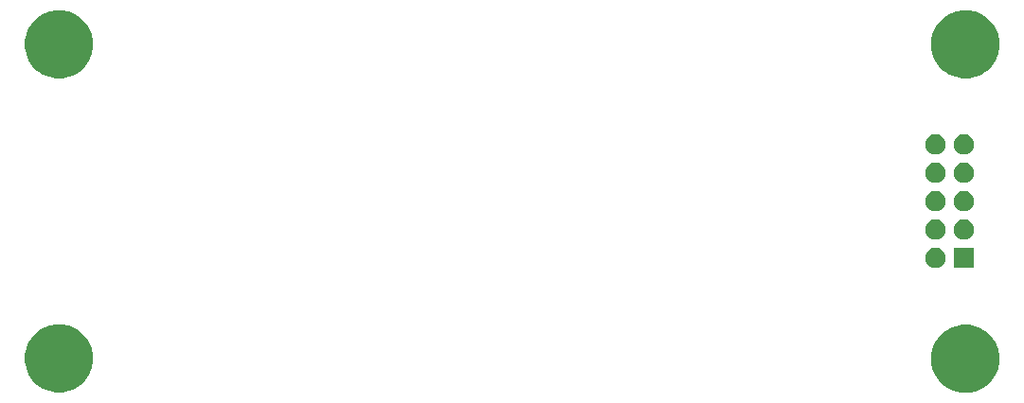
<source format=gbs>
G04 #@! TF.GenerationSoftware,KiCad,Pcbnew,(5.1.5)-3*
G04 #@! TF.CreationDate,2020-01-27T20:13:38-03:30*
G04 #@! TF.ProjectId,XDS100v2 Programmer,58445331-3030-4763-9220-50726f677261,rev?*
G04 #@! TF.SameCoordinates,Original*
G04 #@! TF.FileFunction,Soldermask,Bot*
G04 #@! TF.FilePolarity,Negative*
%FSLAX46Y46*%
G04 Gerber Fmt 4.6, Leading zero omitted, Abs format (unit mm)*
G04 Created by KiCad (PCBNEW (5.1.5)-3) date 2020-01-27 20:13:38*
%MOMM*%
%LPD*%
G04 APERTURE LIST*
%ADD10C,0.100000*%
G04 APERTURE END LIST*
D10*
G36*
X103889943Y-88216248D02*
G01*
X104445189Y-88446238D01*
X104619193Y-88562504D01*
X104944899Y-88780134D01*
X105369866Y-89205101D01*
X105485031Y-89377458D01*
X105703762Y-89704811D01*
X105933752Y-90260057D01*
X106051000Y-90849501D01*
X106051000Y-91450499D01*
X105933752Y-92039943D01*
X105703762Y-92595189D01*
X105703761Y-92595190D01*
X105369866Y-93094899D01*
X104944899Y-93519866D01*
X104879403Y-93563629D01*
X104445189Y-93853762D01*
X103889943Y-94083752D01*
X103300499Y-94201000D01*
X102699501Y-94201000D01*
X102110057Y-94083752D01*
X101554811Y-93853762D01*
X101120597Y-93563629D01*
X101055101Y-93519866D01*
X100630134Y-93094899D01*
X100296239Y-92595190D01*
X100296238Y-92595189D01*
X100066248Y-92039943D01*
X99949000Y-91450499D01*
X99949000Y-90849501D01*
X100066248Y-90260057D01*
X100296238Y-89704811D01*
X100514969Y-89377458D01*
X100630134Y-89205101D01*
X101055101Y-88780134D01*
X101380807Y-88562504D01*
X101554811Y-88446238D01*
X102110057Y-88216248D01*
X102699501Y-88099000D01*
X103300499Y-88099000D01*
X103889943Y-88216248D01*
G37*
G36*
X22889943Y-88166248D02*
G01*
X23445189Y-88396238D01*
X23600972Y-88500329D01*
X23944899Y-88730134D01*
X24369866Y-89155101D01*
X24489181Y-89333668D01*
X24703762Y-89654811D01*
X24933752Y-90210057D01*
X25051000Y-90799501D01*
X25051000Y-91400499D01*
X24933752Y-91989943D01*
X24703762Y-92545189D01*
X24703761Y-92545190D01*
X24369866Y-93044899D01*
X23944899Y-93469866D01*
X23694023Y-93637496D01*
X23445189Y-93803762D01*
X22889943Y-94033752D01*
X22300499Y-94151000D01*
X21699501Y-94151000D01*
X21110057Y-94033752D01*
X20554811Y-93803762D01*
X20305977Y-93637496D01*
X20055101Y-93469866D01*
X19630134Y-93044899D01*
X19296239Y-92545190D01*
X19296238Y-92545189D01*
X19066248Y-91989943D01*
X18949000Y-91400499D01*
X18949000Y-90799501D01*
X19066248Y-90210057D01*
X19296238Y-89654811D01*
X19510819Y-89333668D01*
X19630134Y-89155101D01*
X20055101Y-88730134D01*
X20399028Y-88500329D01*
X20554811Y-88396238D01*
X21110057Y-88166248D01*
X21699501Y-88049000D01*
X22300499Y-88049000D01*
X22889943Y-88166248D01*
G37*
G36*
X103771000Y-83031000D02*
G01*
X101969000Y-83031000D01*
X101969000Y-81229000D01*
X103771000Y-81229000D01*
X103771000Y-83031000D01*
G37*
G36*
X100443512Y-81233927D02*
G01*
X100592812Y-81263624D01*
X100756784Y-81331544D01*
X100904354Y-81430147D01*
X101029853Y-81555646D01*
X101128456Y-81703216D01*
X101196376Y-81867188D01*
X101231000Y-82041259D01*
X101231000Y-82218741D01*
X101196376Y-82392812D01*
X101128456Y-82556784D01*
X101029853Y-82704354D01*
X100904354Y-82829853D01*
X100756784Y-82928456D01*
X100592812Y-82996376D01*
X100443512Y-83026073D01*
X100418742Y-83031000D01*
X100241258Y-83031000D01*
X100216488Y-83026073D01*
X100067188Y-82996376D01*
X99903216Y-82928456D01*
X99755646Y-82829853D01*
X99630147Y-82704354D01*
X99531544Y-82556784D01*
X99463624Y-82392812D01*
X99429000Y-82218741D01*
X99429000Y-82041259D01*
X99463624Y-81867188D01*
X99531544Y-81703216D01*
X99630147Y-81555646D01*
X99755646Y-81430147D01*
X99903216Y-81331544D01*
X100067188Y-81263624D01*
X100216488Y-81233927D01*
X100241258Y-81229000D01*
X100418742Y-81229000D01*
X100443512Y-81233927D01*
G37*
G36*
X102983512Y-78693927D02*
G01*
X103132812Y-78723624D01*
X103296784Y-78791544D01*
X103444354Y-78890147D01*
X103569853Y-79015646D01*
X103668456Y-79163216D01*
X103736376Y-79327188D01*
X103771000Y-79501259D01*
X103771000Y-79678741D01*
X103736376Y-79852812D01*
X103668456Y-80016784D01*
X103569853Y-80164354D01*
X103444354Y-80289853D01*
X103296784Y-80388456D01*
X103132812Y-80456376D01*
X102983512Y-80486073D01*
X102958742Y-80491000D01*
X102781258Y-80491000D01*
X102756488Y-80486073D01*
X102607188Y-80456376D01*
X102443216Y-80388456D01*
X102295646Y-80289853D01*
X102170147Y-80164354D01*
X102071544Y-80016784D01*
X102003624Y-79852812D01*
X101969000Y-79678741D01*
X101969000Y-79501259D01*
X102003624Y-79327188D01*
X102071544Y-79163216D01*
X102170147Y-79015646D01*
X102295646Y-78890147D01*
X102443216Y-78791544D01*
X102607188Y-78723624D01*
X102756488Y-78693927D01*
X102781258Y-78689000D01*
X102958742Y-78689000D01*
X102983512Y-78693927D01*
G37*
G36*
X100443512Y-78693927D02*
G01*
X100592812Y-78723624D01*
X100756784Y-78791544D01*
X100904354Y-78890147D01*
X101029853Y-79015646D01*
X101128456Y-79163216D01*
X101196376Y-79327188D01*
X101231000Y-79501259D01*
X101231000Y-79678741D01*
X101196376Y-79852812D01*
X101128456Y-80016784D01*
X101029853Y-80164354D01*
X100904354Y-80289853D01*
X100756784Y-80388456D01*
X100592812Y-80456376D01*
X100443512Y-80486073D01*
X100418742Y-80491000D01*
X100241258Y-80491000D01*
X100216488Y-80486073D01*
X100067188Y-80456376D01*
X99903216Y-80388456D01*
X99755646Y-80289853D01*
X99630147Y-80164354D01*
X99531544Y-80016784D01*
X99463624Y-79852812D01*
X99429000Y-79678741D01*
X99429000Y-79501259D01*
X99463624Y-79327188D01*
X99531544Y-79163216D01*
X99630147Y-79015646D01*
X99755646Y-78890147D01*
X99903216Y-78791544D01*
X100067188Y-78723624D01*
X100216488Y-78693927D01*
X100241258Y-78689000D01*
X100418742Y-78689000D01*
X100443512Y-78693927D01*
G37*
G36*
X102983512Y-76153927D02*
G01*
X103132812Y-76183624D01*
X103296784Y-76251544D01*
X103444354Y-76350147D01*
X103569853Y-76475646D01*
X103668456Y-76623216D01*
X103736376Y-76787188D01*
X103771000Y-76961259D01*
X103771000Y-77138741D01*
X103736376Y-77312812D01*
X103668456Y-77476784D01*
X103569853Y-77624354D01*
X103444354Y-77749853D01*
X103296784Y-77848456D01*
X103132812Y-77916376D01*
X102983512Y-77946073D01*
X102958742Y-77951000D01*
X102781258Y-77951000D01*
X102756488Y-77946073D01*
X102607188Y-77916376D01*
X102443216Y-77848456D01*
X102295646Y-77749853D01*
X102170147Y-77624354D01*
X102071544Y-77476784D01*
X102003624Y-77312812D01*
X101969000Y-77138741D01*
X101969000Y-76961259D01*
X102003624Y-76787188D01*
X102071544Y-76623216D01*
X102170147Y-76475646D01*
X102295646Y-76350147D01*
X102443216Y-76251544D01*
X102607188Y-76183624D01*
X102756488Y-76153927D01*
X102781258Y-76149000D01*
X102958742Y-76149000D01*
X102983512Y-76153927D01*
G37*
G36*
X100443512Y-76153927D02*
G01*
X100592812Y-76183624D01*
X100756784Y-76251544D01*
X100904354Y-76350147D01*
X101029853Y-76475646D01*
X101128456Y-76623216D01*
X101196376Y-76787188D01*
X101231000Y-76961259D01*
X101231000Y-77138741D01*
X101196376Y-77312812D01*
X101128456Y-77476784D01*
X101029853Y-77624354D01*
X100904354Y-77749853D01*
X100756784Y-77848456D01*
X100592812Y-77916376D01*
X100443512Y-77946073D01*
X100418742Y-77951000D01*
X100241258Y-77951000D01*
X100216488Y-77946073D01*
X100067188Y-77916376D01*
X99903216Y-77848456D01*
X99755646Y-77749853D01*
X99630147Y-77624354D01*
X99531544Y-77476784D01*
X99463624Y-77312812D01*
X99429000Y-77138741D01*
X99429000Y-76961259D01*
X99463624Y-76787188D01*
X99531544Y-76623216D01*
X99630147Y-76475646D01*
X99755646Y-76350147D01*
X99903216Y-76251544D01*
X100067188Y-76183624D01*
X100216488Y-76153927D01*
X100241258Y-76149000D01*
X100418742Y-76149000D01*
X100443512Y-76153927D01*
G37*
G36*
X100443512Y-73613927D02*
G01*
X100592812Y-73643624D01*
X100756784Y-73711544D01*
X100904354Y-73810147D01*
X101029853Y-73935646D01*
X101128456Y-74083216D01*
X101196376Y-74247188D01*
X101231000Y-74421259D01*
X101231000Y-74598741D01*
X101196376Y-74772812D01*
X101128456Y-74936784D01*
X101029853Y-75084354D01*
X100904354Y-75209853D01*
X100756784Y-75308456D01*
X100592812Y-75376376D01*
X100443512Y-75406073D01*
X100418742Y-75411000D01*
X100241258Y-75411000D01*
X100216488Y-75406073D01*
X100067188Y-75376376D01*
X99903216Y-75308456D01*
X99755646Y-75209853D01*
X99630147Y-75084354D01*
X99531544Y-74936784D01*
X99463624Y-74772812D01*
X99429000Y-74598741D01*
X99429000Y-74421259D01*
X99463624Y-74247188D01*
X99531544Y-74083216D01*
X99630147Y-73935646D01*
X99755646Y-73810147D01*
X99903216Y-73711544D01*
X100067188Y-73643624D01*
X100216488Y-73613927D01*
X100241258Y-73609000D01*
X100418742Y-73609000D01*
X100443512Y-73613927D01*
G37*
G36*
X102983512Y-73613927D02*
G01*
X103132812Y-73643624D01*
X103296784Y-73711544D01*
X103444354Y-73810147D01*
X103569853Y-73935646D01*
X103668456Y-74083216D01*
X103736376Y-74247188D01*
X103771000Y-74421259D01*
X103771000Y-74598741D01*
X103736376Y-74772812D01*
X103668456Y-74936784D01*
X103569853Y-75084354D01*
X103444354Y-75209853D01*
X103296784Y-75308456D01*
X103132812Y-75376376D01*
X102983512Y-75406073D01*
X102958742Y-75411000D01*
X102781258Y-75411000D01*
X102756488Y-75406073D01*
X102607188Y-75376376D01*
X102443216Y-75308456D01*
X102295646Y-75209853D01*
X102170147Y-75084354D01*
X102071544Y-74936784D01*
X102003624Y-74772812D01*
X101969000Y-74598741D01*
X101969000Y-74421259D01*
X102003624Y-74247188D01*
X102071544Y-74083216D01*
X102170147Y-73935646D01*
X102295646Y-73810147D01*
X102443216Y-73711544D01*
X102607188Y-73643624D01*
X102756488Y-73613927D01*
X102781258Y-73609000D01*
X102958742Y-73609000D01*
X102983512Y-73613927D01*
G37*
G36*
X102983512Y-71073927D02*
G01*
X103132812Y-71103624D01*
X103296784Y-71171544D01*
X103444354Y-71270147D01*
X103569853Y-71395646D01*
X103668456Y-71543216D01*
X103736376Y-71707188D01*
X103771000Y-71881259D01*
X103771000Y-72058741D01*
X103736376Y-72232812D01*
X103668456Y-72396784D01*
X103569853Y-72544354D01*
X103444354Y-72669853D01*
X103296784Y-72768456D01*
X103132812Y-72836376D01*
X102983512Y-72866073D01*
X102958742Y-72871000D01*
X102781258Y-72871000D01*
X102756488Y-72866073D01*
X102607188Y-72836376D01*
X102443216Y-72768456D01*
X102295646Y-72669853D01*
X102170147Y-72544354D01*
X102071544Y-72396784D01*
X102003624Y-72232812D01*
X101969000Y-72058741D01*
X101969000Y-71881259D01*
X102003624Y-71707188D01*
X102071544Y-71543216D01*
X102170147Y-71395646D01*
X102295646Y-71270147D01*
X102443216Y-71171544D01*
X102607188Y-71103624D01*
X102756488Y-71073927D01*
X102781258Y-71069000D01*
X102958742Y-71069000D01*
X102983512Y-71073927D01*
G37*
G36*
X100443512Y-71073927D02*
G01*
X100592812Y-71103624D01*
X100756784Y-71171544D01*
X100904354Y-71270147D01*
X101029853Y-71395646D01*
X101128456Y-71543216D01*
X101196376Y-71707188D01*
X101231000Y-71881259D01*
X101231000Y-72058741D01*
X101196376Y-72232812D01*
X101128456Y-72396784D01*
X101029853Y-72544354D01*
X100904354Y-72669853D01*
X100756784Y-72768456D01*
X100592812Y-72836376D01*
X100443512Y-72866073D01*
X100418742Y-72871000D01*
X100241258Y-72871000D01*
X100216488Y-72866073D01*
X100067188Y-72836376D01*
X99903216Y-72768456D01*
X99755646Y-72669853D01*
X99630147Y-72544354D01*
X99531544Y-72396784D01*
X99463624Y-72232812D01*
X99429000Y-72058741D01*
X99429000Y-71881259D01*
X99463624Y-71707188D01*
X99531544Y-71543216D01*
X99630147Y-71395646D01*
X99755646Y-71270147D01*
X99903216Y-71171544D01*
X100067188Y-71103624D01*
X100216488Y-71073927D01*
X100241258Y-71069000D01*
X100418742Y-71069000D01*
X100443512Y-71073927D01*
G37*
G36*
X22889943Y-60066248D02*
G01*
X23445189Y-60296238D01*
X23693347Y-60462052D01*
X23944899Y-60630134D01*
X24369866Y-61055101D01*
X24518440Y-61277458D01*
X24703762Y-61554811D01*
X24933752Y-62110057D01*
X25051000Y-62699501D01*
X25051000Y-63300499D01*
X24933752Y-63889943D01*
X24703762Y-64445189D01*
X24703761Y-64445190D01*
X24369866Y-64944899D01*
X23944899Y-65369866D01*
X23804573Y-65463629D01*
X23445189Y-65703762D01*
X22889943Y-65933752D01*
X22300499Y-66051000D01*
X21699501Y-66051000D01*
X21110057Y-65933752D01*
X20554811Y-65703762D01*
X20195427Y-65463629D01*
X20055101Y-65369866D01*
X19630134Y-64944899D01*
X19296239Y-64445190D01*
X19296238Y-64445189D01*
X19066248Y-63889943D01*
X18949000Y-63300499D01*
X18949000Y-62699501D01*
X19066248Y-62110057D01*
X19296238Y-61554811D01*
X19481560Y-61277458D01*
X19630134Y-61055101D01*
X20055101Y-60630134D01*
X20306653Y-60462052D01*
X20554811Y-60296238D01*
X21110057Y-60066248D01*
X21699501Y-59949000D01*
X22300499Y-59949000D01*
X22889943Y-60066248D01*
G37*
G36*
X103889943Y-60066248D02*
G01*
X104445189Y-60296238D01*
X104693347Y-60462052D01*
X104944899Y-60630134D01*
X105369866Y-61055101D01*
X105518440Y-61277458D01*
X105703762Y-61554811D01*
X105933752Y-62110057D01*
X106051000Y-62699501D01*
X106051000Y-63300499D01*
X105933752Y-63889943D01*
X105703762Y-64445189D01*
X105703761Y-64445190D01*
X105369866Y-64944899D01*
X104944899Y-65369866D01*
X104804573Y-65463629D01*
X104445189Y-65703762D01*
X103889943Y-65933752D01*
X103300499Y-66051000D01*
X102699501Y-66051000D01*
X102110057Y-65933752D01*
X101554811Y-65703762D01*
X101195427Y-65463629D01*
X101055101Y-65369866D01*
X100630134Y-64944899D01*
X100296239Y-64445190D01*
X100296238Y-64445189D01*
X100066248Y-63889943D01*
X99949000Y-63300499D01*
X99949000Y-62699501D01*
X100066248Y-62110057D01*
X100296238Y-61554811D01*
X100481560Y-61277458D01*
X100630134Y-61055101D01*
X101055101Y-60630134D01*
X101306653Y-60462052D01*
X101554811Y-60296238D01*
X102110057Y-60066248D01*
X102699501Y-59949000D01*
X103300499Y-59949000D01*
X103889943Y-60066248D01*
G37*
M02*

</source>
